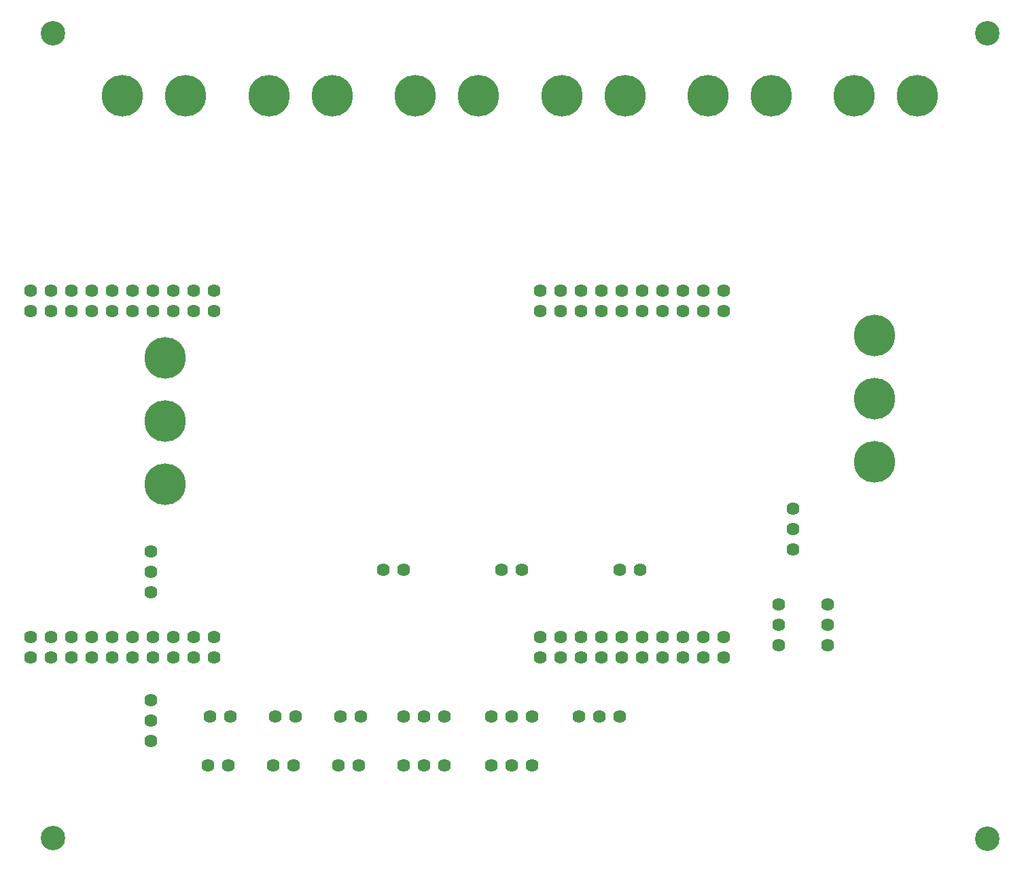
<source format=gbr>
%TF.GenerationSoftware,KiCad,Pcbnew,(5.1.10)-1*%
%TF.CreationDate,2021-12-26T20:54:27-06:00*%
%TF.ProjectId,ScienceMotorController,53636965-6e63-4654-9d6f-746f72436f6e,rev?*%
%TF.SameCoordinates,Original*%
%TF.FileFunction,Soldermask,Bot*%
%TF.FilePolarity,Negative*%
%FSLAX46Y46*%
G04 Gerber Fmt 4.6, Leading zero omitted, Abs format (unit mm)*
G04 Created by KiCad (PCBNEW (5.1.10)-1) date 2021-12-26 20:54:27*
%MOMM*%
%LPD*%
G01*
G04 APERTURE LIST*
%ADD10C,3.046400*%
%ADD11C,1.620000*%
%ADD12C,1.624000*%
%ADD13C,5.180000*%
G04 APERTURE END LIST*
D10*
%TO.C,REF\u002A\u002A*%
X34726880Y-180538120D03*
%TD*%
%TO.C,REF\u002A\u002A*%
X151201120Y-180665120D03*
%TD*%
%TO.C,REF\u002A\u002A*%
X151201120Y-80192880D03*
%TD*%
%TO.C,REF\u002A\u002A*%
X34726880Y-80192880D03*
%TD*%
D11*
%TO.C,U9*%
X95504000Y-157988000D03*
X118364000Y-112268000D03*
X115824000Y-112268000D03*
X108204000Y-112268000D03*
X105664000Y-155448000D03*
X110744000Y-112268000D03*
X113284000Y-112268000D03*
X110744000Y-157988000D03*
X115824000Y-155448000D03*
X105664000Y-112268000D03*
X103124000Y-112268000D03*
X115824000Y-157988000D03*
X110744000Y-155448000D03*
X108204000Y-155448000D03*
X95504000Y-155448000D03*
X98044000Y-155448000D03*
X100584000Y-155448000D03*
X103124000Y-155448000D03*
X113284000Y-155448000D03*
X118364000Y-155448000D03*
X98044000Y-157988000D03*
X100584000Y-157988000D03*
X103124000Y-157988000D03*
X105664000Y-157988000D03*
X108204000Y-157988000D03*
X113284000Y-157988000D03*
X118364000Y-157988000D03*
X95504000Y-114808000D03*
X98044000Y-114808000D03*
X100584000Y-114808000D03*
X103124000Y-114808000D03*
X105664000Y-114808000D03*
X108204000Y-114808000D03*
X110744000Y-114808000D03*
X113284000Y-114808000D03*
X115824000Y-114808000D03*
X118364000Y-114808000D03*
X95504000Y-112268000D03*
X98044000Y-112268000D03*
X100584000Y-112268000D03*
X32004000Y-155448000D03*
X34544000Y-155448000D03*
X37084000Y-155448000D03*
X39624000Y-155448000D03*
X42164000Y-155448000D03*
X44704000Y-155448000D03*
X47244000Y-155448000D03*
X49784000Y-155448000D03*
X52324000Y-155448000D03*
X54864000Y-155448000D03*
X32004000Y-157988000D03*
X34544000Y-157988000D03*
X37084000Y-157988000D03*
X39624000Y-157988000D03*
X42164000Y-157988000D03*
X44704000Y-157988000D03*
X47244000Y-157988000D03*
X49784000Y-157988000D03*
X52324000Y-157988000D03*
X54864000Y-157988000D03*
X32004000Y-114808000D03*
X34544000Y-114808000D03*
X37084000Y-114808000D03*
X39624000Y-114808000D03*
X42164000Y-114808000D03*
X44704000Y-114808000D03*
X47244000Y-114808000D03*
X49784000Y-114808000D03*
X52324000Y-114808000D03*
X54864000Y-114808000D03*
X32004000Y-112268000D03*
X34544000Y-112268000D03*
X37084000Y-112268000D03*
X39624000Y-112268000D03*
X42164000Y-112268000D03*
X44704000Y-112268000D03*
X47244000Y-112268000D03*
X49784000Y-112268000D03*
X52324000Y-112268000D03*
X54864000Y-112268000D03*
%TD*%
D12*
%TO.C,Encoder1*%
X78486000Y-165354000D03*
X81026000Y-165354000D03*
X83566000Y-165354000D03*
%TD*%
%TO.C,Encoder2*%
X89408000Y-165354000D03*
X91948000Y-165354000D03*
X94488000Y-165354000D03*
%TD*%
%TO.C,Encoder3*%
X105410000Y-165354000D03*
X102870000Y-165354000D03*
X100330000Y-165354000D03*
%TD*%
%TO.C,Encoder4*%
X78486000Y-171450000D03*
X81026000Y-171450000D03*
X83566000Y-171450000D03*
%TD*%
%TO.C,Encoder5*%
X89408000Y-171450000D03*
X91948000Y-171450000D03*
X94488000Y-171450000D03*
%TD*%
D13*
%TO.C,Conn1*%
X43434000Y-88036400D03*
X51308000Y-88036400D03*
%TD*%
%TO.C,Conn2*%
X142494000Y-88036400D03*
X134620000Y-88036400D03*
%TD*%
%TO.C,Conn3*%
X79908400Y-88036400D03*
X87782400Y-88036400D03*
%TD*%
%TO.C,Conn4*%
X106019600Y-88036400D03*
X98145600Y-88036400D03*
%TD*%
%TO.C,Conn5*%
X116382800Y-88036400D03*
X124256800Y-88036400D03*
%TD*%
%TO.C,Conn6*%
X69545200Y-88036400D03*
X61671200Y-88036400D03*
%TD*%
%TO.C,Conn7*%
X48768000Y-136398000D03*
X48768000Y-128524000D03*
X48768000Y-120650000D03*
%TD*%
D12*
%TO.C,SW1*%
X56896000Y-165354000D03*
X54356000Y-165354000D03*
%TD*%
%TO.C,SW2*%
X65024000Y-165354000D03*
X62484000Y-165354000D03*
%TD*%
%TO.C,SW3*%
X70612000Y-165354000D03*
X73152000Y-165354000D03*
%TD*%
%TO.C,SW4*%
X56642000Y-171450000D03*
X54102000Y-171450000D03*
%TD*%
%TO.C,SW5*%
X64770000Y-171450000D03*
X62230000Y-171450000D03*
%TD*%
%TO.C,SW6*%
X70358000Y-171450000D03*
X72898000Y-171450000D03*
%TD*%
%TO.C,Servo1*%
X125222000Y-151384000D03*
X125222000Y-153924000D03*
X125222000Y-156464000D03*
%TD*%
%TO.C,Servo2*%
X131318000Y-151384000D03*
X131318000Y-153924000D03*
X131318000Y-156464000D03*
%TD*%
%TO.C,SolValve1*%
X78486000Y-147066000D03*
X75946000Y-147066000D03*
%TD*%
%TO.C,SolValve2*%
X93218000Y-147066000D03*
X90678000Y-147066000D03*
%TD*%
%TO.C,SolValve3*%
X107950000Y-147066000D03*
X105410000Y-147066000D03*
%TD*%
%TO.C,U2*%
X46990000Y-149860000D03*
X46990000Y-147320000D03*
X46990000Y-144780000D03*
%TD*%
%TO.C,U3*%
X46990000Y-168402000D03*
X46990000Y-165862000D03*
X46990000Y-163322000D03*
%TD*%
%TO.C,U4*%
X127000000Y-139446000D03*
X127000000Y-141986000D03*
X127000000Y-144526000D03*
%TD*%
D13*
%TO.C,Conn8*%
X137160000Y-117856000D03*
X137160000Y-125730000D03*
X137160000Y-133604000D03*
%TD*%
M02*

</source>
